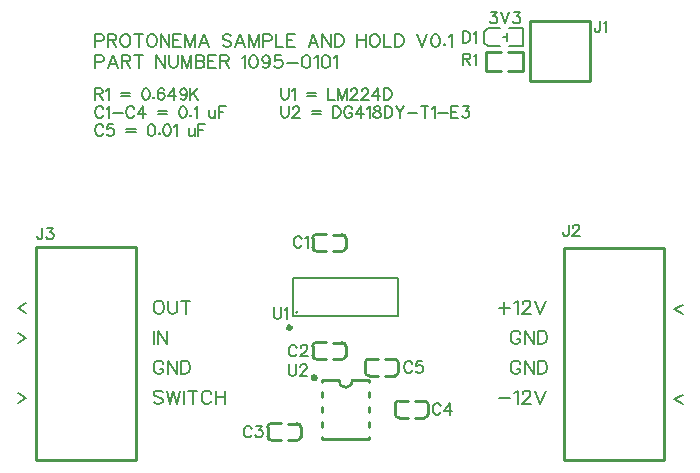
<source format=gto>
G04 Layer: TopSilkscreenLayer*
G04 Panelize: , Column: 2, Row: 2, Board Size: 58.42mm x 58.42mm, Panelized Board Size: 118.84mm x 118.84mm*
G04 EasyEDA v6.5.34, 2023-08-21 18:11:39*
G04 f07168d6b74b40acbba529e65b5b2b20,5a6b42c53f6a479593ecc07194224c93,10*
G04 Gerber Generator version 0.2*
G04 Scale: 100 percent, Rotated: No, Reflected: No *
G04 Dimensions in millimeters *
G04 leading zeros omitted , absolute positions ,4 integer and 5 decimal *
%FSLAX45Y45*%
%MOMM*%

%ADD10C,0.1524*%
%ADD11C,0.1520*%
%ADD12C,0.2540*%
%ADD13C,0.1500*%
%ADD14C,0.1375*%
%ADD15C,0.4000*%
%ADD16C,0.0140*%

%LPD*%
D10*
X762000Y5423915D02*
G01*
X762000Y5314950D01*
X762000Y5423915D02*
G01*
X808736Y5423915D01*
X824229Y5418836D01*
X829563Y5413502D01*
X834644Y5403087D01*
X834644Y5387594D01*
X829563Y5377179D01*
X824229Y5372100D01*
X808736Y5366765D01*
X762000Y5366765D01*
X910589Y5423915D02*
G01*
X868934Y5314950D01*
X910589Y5423915D02*
G01*
X952245Y5314950D01*
X884681Y5351271D02*
G01*
X936497Y5351271D01*
X986536Y5423915D02*
G01*
X986536Y5314950D01*
X986536Y5423915D02*
G01*
X1033271Y5423915D01*
X1048765Y5418836D01*
X1054100Y5413502D01*
X1059179Y5403087D01*
X1059179Y5392673D01*
X1054100Y5382260D01*
X1048765Y5377179D01*
X1033271Y5372100D01*
X986536Y5372100D01*
X1022857Y5372100D02*
G01*
X1059179Y5314950D01*
X1129792Y5423915D02*
G01*
X1129792Y5314950D01*
X1093470Y5423915D02*
G01*
X1166113Y5423915D01*
X1280413Y5423915D02*
G01*
X1280413Y5314950D01*
X1280413Y5423915D02*
G01*
X1353312Y5314950D01*
X1353312Y5423915D02*
G01*
X1353312Y5314950D01*
X1387602Y5423915D02*
G01*
X1387602Y5345937D01*
X1392681Y5330444D01*
X1403095Y5320029D01*
X1418589Y5314950D01*
X1429004Y5314950D01*
X1444752Y5320029D01*
X1455165Y5330444D01*
X1460245Y5345937D01*
X1460245Y5423915D01*
X1494536Y5423915D02*
G01*
X1494536Y5314950D01*
X1494536Y5423915D02*
G01*
X1536192Y5314950D01*
X1577594Y5423915D02*
G01*
X1536192Y5314950D01*
X1577594Y5423915D02*
G01*
X1577594Y5314950D01*
X1611884Y5423915D02*
G01*
X1611884Y5314950D01*
X1611884Y5423915D02*
G01*
X1658620Y5423915D01*
X1674368Y5418836D01*
X1679447Y5413502D01*
X1684781Y5403087D01*
X1684781Y5392673D01*
X1679447Y5382260D01*
X1674368Y5377179D01*
X1658620Y5372100D01*
X1611884Y5372100D02*
G01*
X1658620Y5372100D01*
X1674368Y5366765D01*
X1679447Y5361686D01*
X1684781Y5351271D01*
X1684781Y5335523D01*
X1679447Y5325110D01*
X1674368Y5320029D01*
X1658620Y5314950D01*
X1611884Y5314950D01*
X1719071Y5423915D02*
G01*
X1719071Y5314950D01*
X1719071Y5423915D02*
G01*
X1786636Y5423915D01*
X1719071Y5372100D02*
G01*
X1760473Y5372100D01*
X1719071Y5314950D02*
G01*
X1786636Y5314950D01*
X1820926Y5423915D02*
G01*
X1820926Y5314950D01*
X1820926Y5423915D02*
G01*
X1867662Y5423915D01*
X1883155Y5418836D01*
X1888489Y5413502D01*
X1893570Y5403087D01*
X1893570Y5392673D01*
X1888489Y5382260D01*
X1883155Y5377179D01*
X1867662Y5372100D01*
X1820926Y5372100D01*
X1857247Y5372100D02*
G01*
X1893570Y5314950D01*
X2007870Y5403087D02*
G01*
X2018284Y5408421D01*
X2033777Y5423915D01*
X2033777Y5314950D01*
X2099309Y5423915D02*
G01*
X2083815Y5418836D01*
X2073402Y5403087D01*
X2068068Y5377179D01*
X2068068Y5361686D01*
X2073402Y5335523D01*
X2083815Y5320029D01*
X2099309Y5314950D01*
X2109724Y5314950D01*
X2125218Y5320029D01*
X2135631Y5335523D01*
X2140965Y5361686D01*
X2140965Y5377179D01*
X2135631Y5403087D01*
X2125218Y5418836D01*
X2109724Y5423915D01*
X2099309Y5423915D01*
X2242820Y5387594D02*
G01*
X2237486Y5372100D01*
X2227072Y5361686D01*
X2211577Y5356352D01*
X2206243Y5356352D01*
X2190750Y5361686D01*
X2180336Y5372100D01*
X2175256Y5387594D01*
X2175256Y5392673D01*
X2180336Y5408421D01*
X2190750Y5418836D01*
X2206243Y5423915D01*
X2211577Y5423915D01*
X2227072Y5418836D01*
X2237486Y5408421D01*
X2242820Y5387594D01*
X2242820Y5361686D01*
X2237486Y5335523D01*
X2227072Y5320029D01*
X2211577Y5314950D01*
X2201163Y5314950D01*
X2185670Y5320029D01*
X2180336Y5330444D01*
X2339340Y5423915D02*
G01*
X2287270Y5423915D01*
X2282190Y5377179D01*
X2287270Y5382260D01*
X2303018Y5387594D01*
X2318511Y5387594D01*
X2334259Y5382260D01*
X2344420Y5372100D01*
X2349754Y5356352D01*
X2349754Y5345937D01*
X2344420Y5330444D01*
X2334259Y5320029D01*
X2318511Y5314950D01*
X2303018Y5314950D01*
X2287270Y5320029D01*
X2282190Y5325110D01*
X2277109Y5335523D01*
X2384043Y5361686D02*
G01*
X2477515Y5361686D01*
X2543047Y5423915D02*
G01*
X2527300Y5418836D01*
X2517140Y5403087D01*
X2511806Y5377179D01*
X2511806Y5361686D01*
X2517140Y5335523D01*
X2527300Y5320029D01*
X2543047Y5314950D01*
X2553461Y5314950D01*
X2568956Y5320029D01*
X2579370Y5335523D01*
X2584450Y5361686D01*
X2584450Y5377179D01*
X2579370Y5403087D01*
X2568956Y5418836D01*
X2553461Y5423915D01*
X2543047Y5423915D01*
X2618740Y5403087D02*
G01*
X2629154Y5408421D01*
X2644902Y5423915D01*
X2644902Y5314950D01*
X2710179Y5423915D02*
G01*
X2694686Y5418836D01*
X2684272Y5403087D01*
X2679191Y5377179D01*
X2679191Y5361686D01*
X2684272Y5335523D01*
X2694686Y5320029D01*
X2710179Y5314950D01*
X2720593Y5314950D01*
X2736341Y5320029D01*
X2746756Y5335523D01*
X2751836Y5361686D01*
X2751836Y5377179D01*
X2746756Y5403087D01*
X2736341Y5418836D01*
X2720593Y5423915D01*
X2710179Y5423915D01*
X2786125Y5403087D02*
G01*
X2796540Y5408421D01*
X2812034Y5423915D01*
X2812034Y5314950D01*
X762000Y5601715D02*
G01*
X762000Y5492750D01*
X762000Y5601715D02*
G01*
X808736Y5601715D01*
X824229Y5596636D01*
X829563Y5591302D01*
X834644Y5580887D01*
X834644Y5565394D01*
X829563Y5554979D01*
X824229Y5549900D01*
X808736Y5544565D01*
X762000Y5544565D01*
X868934Y5601715D02*
G01*
X868934Y5492750D01*
X868934Y5601715D02*
G01*
X915670Y5601715D01*
X931418Y5596636D01*
X936497Y5591302D01*
X941831Y5580887D01*
X941831Y5570473D01*
X936497Y5560060D01*
X931418Y5554979D01*
X915670Y5549900D01*
X868934Y5549900D01*
X905510Y5549900D02*
G01*
X941831Y5492750D01*
X1007110Y5601715D02*
G01*
X996950Y5596636D01*
X986536Y5586221D01*
X981202Y5575807D01*
X976121Y5560060D01*
X976121Y5534152D01*
X981202Y5518657D01*
X986536Y5508244D01*
X996950Y5497829D01*
X1007110Y5492750D01*
X1027937Y5492750D01*
X1038352Y5497829D01*
X1048765Y5508244D01*
X1054100Y5518657D01*
X1059179Y5534152D01*
X1059179Y5560060D01*
X1054100Y5575807D01*
X1048765Y5586221D01*
X1038352Y5596636D01*
X1027937Y5601715D01*
X1007110Y5601715D01*
X1129792Y5601715D02*
G01*
X1129792Y5492750D01*
X1093470Y5601715D02*
G01*
X1166113Y5601715D01*
X1231645Y5601715D02*
G01*
X1221231Y5596636D01*
X1210818Y5586221D01*
X1205737Y5575807D01*
X1200404Y5560060D01*
X1200404Y5534152D01*
X1205737Y5518657D01*
X1210818Y5508244D01*
X1221231Y5497829D01*
X1231645Y5492750D01*
X1252473Y5492750D01*
X1262887Y5497829D01*
X1273302Y5508244D01*
X1278381Y5518657D01*
X1283715Y5534152D01*
X1283715Y5560060D01*
X1278381Y5575807D01*
X1273302Y5586221D01*
X1262887Y5596636D01*
X1252473Y5601715D01*
X1231645Y5601715D01*
X1318005Y5601715D02*
G01*
X1318005Y5492750D01*
X1318005Y5601715D02*
G01*
X1390650Y5492750D01*
X1390650Y5601715D02*
G01*
X1390650Y5492750D01*
X1424939Y5601715D02*
G01*
X1424939Y5492750D01*
X1424939Y5601715D02*
G01*
X1492504Y5601715D01*
X1424939Y5549900D02*
G01*
X1466595Y5549900D01*
X1424939Y5492750D02*
G01*
X1492504Y5492750D01*
X1526794Y5601715D02*
G01*
X1526794Y5492750D01*
X1526794Y5601715D02*
G01*
X1568450Y5492750D01*
X1609852Y5601715D02*
G01*
X1568450Y5492750D01*
X1609852Y5601715D02*
G01*
X1609852Y5492750D01*
X1685797Y5601715D02*
G01*
X1644142Y5492750D01*
X1685797Y5601715D02*
G01*
X1727200Y5492750D01*
X1659889Y5529071D02*
G01*
X1711705Y5529071D01*
X1914397Y5586221D02*
G01*
X1903984Y5596636D01*
X1888489Y5601715D01*
X1867662Y5601715D01*
X1851913Y5596636D01*
X1841500Y5586221D01*
X1841500Y5575807D01*
X1846834Y5565394D01*
X1851913Y5560060D01*
X1862328Y5554979D01*
X1893570Y5544565D01*
X1903984Y5539486D01*
X1909063Y5534152D01*
X1914397Y5523737D01*
X1914397Y5508244D01*
X1903984Y5497829D01*
X1888489Y5492750D01*
X1867662Y5492750D01*
X1851913Y5497829D01*
X1841500Y5508244D01*
X1990090Y5601715D02*
G01*
X1948688Y5492750D01*
X1990090Y5601715D02*
G01*
X2031745Y5492750D01*
X1964181Y5529071D02*
G01*
X2016252Y5529071D01*
X2066036Y5601715D02*
G01*
X2066036Y5492750D01*
X2066036Y5601715D02*
G01*
X2107691Y5492750D01*
X2149093Y5601715D02*
G01*
X2107691Y5492750D01*
X2149093Y5601715D02*
G01*
X2149093Y5492750D01*
X2183384Y5601715D02*
G01*
X2183384Y5492750D01*
X2183384Y5601715D02*
G01*
X2230120Y5601715D01*
X2245868Y5596636D01*
X2250947Y5591302D01*
X2256281Y5580887D01*
X2256281Y5565394D01*
X2250947Y5554979D01*
X2245868Y5549900D01*
X2230120Y5544565D01*
X2183384Y5544565D01*
X2290572Y5601715D02*
G01*
X2290572Y5492750D01*
X2290572Y5492750D02*
G01*
X2352802Y5492750D01*
X2387091Y5601715D02*
G01*
X2387091Y5492750D01*
X2387091Y5601715D02*
G01*
X2454656Y5601715D01*
X2387091Y5549900D02*
G01*
X2428747Y5549900D01*
X2387091Y5492750D02*
G01*
X2454656Y5492750D01*
X2610611Y5601715D02*
G01*
X2568956Y5492750D01*
X2610611Y5601715D02*
G01*
X2652013Y5492750D01*
X2584450Y5529071D02*
G01*
X2636520Y5529071D01*
X2686304Y5601715D02*
G01*
X2686304Y5492750D01*
X2686304Y5601715D02*
G01*
X2759202Y5492750D01*
X2759202Y5601715D02*
G01*
X2759202Y5492750D01*
X2793491Y5601715D02*
G01*
X2793491Y5492750D01*
X2793491Y5601715D02*
G01*
X2829813Y5601715D01*
X2845308Y5596636D01*
X2855722Y5586221D01*
X2861056Y5575807D01*
X2866136Y5560060D01*
X2866136Y5534152D01*
X2861056Y5518657D01*
X2855722Y5508244D01*
X2845308Y5497829D01*
X2829813Y5492750D01*
X2793491Y5492750D01*
X2980436Y5601715D02*
G01*
X2980436Y5492750D01*
X3053079Y5601715D02*
G01*
X3053079Y5492750D01*
X2980436Y5549900D02*
G01*
X3053079Y5549900D01*
X3118611Y5601715D02*
G01*
X3108197Y5596636D01*
X3097784Y5586221D01*
X3092704Y5575807D01*
X3087370Y5560060D01*
X3087370Y5534152D01*
X3092704Y5518657D01*
X3097784Y5508244D01*
X3108197Y5497829D01*
X3118611Y5492750D01*
X3139440Y5492750D01*
X3149854Y5497829D01*
X3160268Y5508244D01*
X3165347Y5518657D01*
X3170681Y5534152D01*
X3170681Y5560060D01*
X3165347Y5575807D01*
X3160268Y5586221D01*
X3149854Y5596636D01*
X3139440Y5601715D01*
X3118611Y5601715D01*
X3204972Y5601715D02*
G01*
X3204972Y5492750D01*
X3204972Y5492750D02*
G01*
X3267202Y5492750D01*
X3301491Y5601715D02*
G01*
X3301491Y5492750D01*
X3301491Y5601715D02*
G01*
X3337813Y5601715D01*
X3353561Y5596636D01*
X3363975Y5586221D01*
X3369056Y5575807D01*
X3374390Y5560060D01*
X3374390Y5534152D01*
X3369056Y5518657D01*
X3363975Y5508244D01*
X3353561Y5497829D01*
X3337813Y5492750D01*
X3301491Y5492750D01*
X3488690Y5601715D02*
G01*
X3530091Y5492750D01*
X3571747Y5601715D02*
G01*
X3530091Y5492750D01*
X3637279Y5601715D02*
G01*
X3621531Y5596636D01*
X3611118Y5580887D01*
X3606038Y5554979D01*
X3606038Y5539486D01*
X3611118Y5513323D01*
X3621531Y5497829D01*
X3637279Y5492750D01*
X3647440Y5492750D01*
X3663188Y5497829D01*
X3673602Y5513323D01*
X3678681Y5539486D01*
X3678681Y5554979D01*
X3673602Y5580887D01*
X3663188Y5596636D01*
X3647440Y5601715D01*
X3637279Y5601715D01*
X3718306Y5518657D02*
G01*
X3712972Y5513323D01*
X3718306Y5508244D01*
X3723386Y5513323D01*
X3718306Y5518657D01*
X3757675Y5580887D02*
G01*
X3768090Y5586221D01*
X3783584Y5601715D01*
X3783584Y5492750D01*
X762000Y5142737D02*
G01*
X762000Y5047234D01*
X762000Y5142737D02*
G01*
X802894Y5142737D01*
X816610Y5138165D01*
X821181Y5133594D01*
X825754Y5124704D01*
X825754Y5115560D01*
X821181Y5106415D01*
X816610Y5101844D01*
X802894Y5097271D01*
X762000Y5097271D01*
X793750Y5097271D02*
G01*
X825754Y5047234D01*
X855726Y5124704D02*
G01*
X864615Y5129276D01*
X878331Y5142737D01*
X878331Y5047234D01*
X978407Y5101844D02*
G01*
X1060195Y5101844D01*
X978407Y5074665D02*
G01*
X1060195Y5074665D01*
X1187450Y5142737D02*
G01*
X1173734Y5138165D01*
X1164844Y5124704D01*
X1160271Y5101844D01*
X1160271Y5088381D01*
X1164844Y5065521D01*
X1173734Y5051805D01*
X1187450Y5047234D01*
X1196594Y5047234D01*
X1210055Y5051805D01*
X1219200Y5065521D01*
X1223771Y5088381D01*
X1223771Y5101844D01*
X1219200Y5124704D01*
X1210055Y5138165D01*
X1196594Y5142737D01*
X1187450Y5142737D01*
X1258315Y5070094D02*
G01*
X1253744Y5065521D01*
X1258315Y5060950D01*
X1262887Y5065521D01*
X1258315Y5070094D01*
X1347470Y5129276D02*
G01*
X1342897Y5138165D01*
X1329181Y5142737D01*
X1320292Y5142737D01*
X1306576Y5138165D01*
X1297431Y5124704D01*
X1292860Y5101844D01*
X1292860Y5079237D01*
X1297431Y5060950D01*
X1306576Y5051805D01*
X1320292Y5047234D01*
X1324610Y5047234D01*
X1338326Y5051805D01*
X1347470Y5060950D01*
X1352042Y5074665D01*
X1352042Y5079237D01*
X1347470Y5092700D01*
X1338326Y5101844D01*
X1324610Y5106415D01*
X1320292Y5106415D01*
X1306576Y5101844D01*
X1297431Y5092700D01*
X1292860Y5079237D01*
X1427479Y5142737D02*
G01*
X1382013Y5079237D01*
X1450086Y5079237D01*
X1427479Y5142737D02*
G01*
X1427479Y5047234D01*
X1539239Y5110987D02*
G01*
X1534668Y5097271D01*
X1525523Y5088381D01*
X1512062Y5083810D01*
X1507489Y5083810D01*
X1493773Y5088381D01*
X1484629Y5097271D01*
X1480057Y5110987D01*
X1480057Y5115560D01*
X1484629Y5129276D01*
X1493773Y5138165D01*
X1507489Y5142737D01*
X1512062Y5142737D01*
X1525523Y5138165D01*
X1534668Y5129276D01*
X1539239Y5110987D01*
X1539239Y5088381D01*
X1534668Y5065521D01*
X1525523Y5051805D01*
X1512062Y5047234D01*
X1502918Y5047234D01*
X1489202Y5051805D01*
X1484629Y5060950D01*
X1569212Y5142737D02*
G01*
X1569212Y5047234D01*
X1632965Y5142737D02*
G01*
X1569212Y5079237D01*
X1592071Y5101844D02*
G01*
X1632965Y5047234D01*
X830071Y4967731D02*
G01*
X825754Y4976876D01*
X816610Y4985765D01*
X807465Y4990337D01*
X789178Y4990337D01*
X780287Y4985765D01*
X771144Y4976876D01*
X766571Y4967731D01*
X762000Y4954015D01*
X762000Y4931410D01*
X766571Y4917694D01*
X771144Y4908550D01*
X780287Y4899405D01*
X789178Y4894834D01*
X807465Y4894834D01*
X816610Y4899405D01*
X825754Y4908550D01*
X830071Y4917694D01*
X860297Y4972304D02*
G01*
X869187Y4976876D01*
X882904Y4990337D01*
X882904Y4894834D01*
X912876Y4935981D02*
G01*
X994663Y4935981D01*
X1092962Y4967731D02*
G01*
X1088389Y4976876D01*
X1079245Y4985765D01*
X1070102Y4990337D01*
X1052068Y4990337D01*
X1042923Y4985765D01*
X1033779Y4976876D01*
X1029207Y4967731D01*
X1024636Y4954015D01*
X1024636Y4931410D01*
X1029207Y4917694D01*
X1033779Y4908550D01*
X1042923Y4899405D01*
X1052068Y4894834D01*
X1070102Y4894834D01*
X1079245Y4899405D01*
X1088389Y4908550D01*
X1092962Y4917694D01*
X1168400Y4990337D02*
G01*
X1122934Y4926837D01*
X1191005Y4926837D01*
X1168400Y4990337D02*
G01*
X1168400Y4894834D01*
X1291081Y4949444D02*
G01*
X1372870Y4949444D01*
X1291081Y4922265D02*
G01*
X1372870Y4922265D01*
X1500123Y4990337D02*
G01*
X1486662Y4985765D01*
X1477518Y4972304D01*
X1472945Y4949444D01*
X1472945Y4935981D01*
X1477518Y4913121D01*
X1486662Y4899405D01*
X1500123Y4894834D01*
X1509268Y4894834D01*
X1522984Y4899405D01*
X1531873Y4913121D01*
X1536445Y4935981D01*
X1536445Y4949444D01*
X1531873Y4972304D01*
X1522984Y4985765D01*
X1509268Y4990337D01*
X1500123Y4990337D01*
X1570989Y4917694D02*
G01*
X1566418Y4913121D01*
X1570989Y4908550D01*
X1575562Y4913121D01*
X1570989Y4917694D01*
X1605534Y4972304D02*
G01*
X1614678Y4976876D01*
X1628394Y4990337D01*
X1628394Y4894834D01*
X1728470Y4958587D02*
G01*
X1728470Y4913121D01*
X1732787Y4899405D01*
X1741931Y4894834D01*
X1755647Y4894834D01*
X1764792Y4899405D01*
X1778254Y4913121D01*
X1778254Y4958587D02*
G01*
X1778254Y4894834D01*
X1808479Y4990337D02*
G01*
X1808479Y4894834D01*
X1808479Y4990337D02*
G01*
X1867407Y4990337D01*
X1808479Y4944871D02*
G01*
X1844802Y4944871D01*
X2336800Y4990337D02*
G01*
X2336800Y4922265D01*
X2341372Y4908550D01*
X2350515Y4899405D01*
X2363977Y4894834D01*
X2373122Y4894834D01*
X2386838Y4899405D01*
X2395981Y4908550D01*
X2400554Y4922265D01*
X2400554Y4990337D01*
X2435097Y4967731D02*
G01*
X2435097Y4972304D01*
X2439415Y4981194D01*
X2443988Y4985765D01*
X2453131Y4990337D01*
X2471420Y4990337D01*
X2480309Y4985765D01*
X2484881Y4981194D01*
X2489454Y4972304D01*
X2489454Y4963160D01*
X2484881Y4954015D01*
X2475991Y4940300D01*
X2430525Y4894834D01*
X2494025Y4894834D01*
X2594102Y4949444D02*
G01*
X2675890Y4949444D01*
X2594102Y4922265D02*
G01*
X2675890Y4922265D01*
X2775965Y4990337D02*
G01*
X2775965Y4894834D01*
X2775965Y4990337D02*
G01*
X2807715Y4990337D01*
X2821431Y4985765D01*
X2830322Y4976876D01*
X2834893Y4967731D01*
X2839465Y4954015D01*
X2839465Y4931410D01*
X2834893Y4917694D01*
X2830322Y4908550D01*
X2821431Y4899405D01*
X2807715Y4894834D01*
X2775965Y4894834D01*
X2937763Y4967731D02*
G01*
X2933191Y4976876D01*
X2924047Y4985765D01*
X2914904Y4990337D01*
X2896870Y4990337D01*
X2887725Y4985765D01*
X2878581Y4976876D01*
X2874009Y4967731D01*
X2869438Y4954015D01*
X2869438Y4931410D01*
X2874009Y4917694D01*
X2878581Y4908550D01*
X2887725Y4899405D01*
X2896870Y4894834D01*
X2914904Y4894834D01*
X2924047Y4899405D01*
X2933191Y4908550D01*
X2937763Y4917694D01*
X2937763Y4931410D01*
X2914904Y4931410D02*
G01*
X2937763Y4931410D01*
X3013202Y4990337D02*
G01*
X2967736Y4926837D01*
X3035808Y4926837D01*
X3013202Y4990337D02*
G01*
X3013202Y4894834D01*
X3065779Y4972304D02*
G01*
X3074924Y4976876D01*
X3088640Y4990337D01*
X3088640Y4894834D01*
X3141218Y4990337D02*
G01*
X3127756Y4985765D01*
X3123184Y4976876D01*
X3123184Y4967731D01*
X3127756Y4958587D01*
X3136900Y4954015D01*
X3154934Y4949444D01*
X3168650Y4944871D01*
X3177793Y4935981D01*
X3182365Y4926837D01*
X3182365Y4913121D01*
X3177793Y4903978D01*
X3173222Y4899405D01*
X3159506Y4894834D01*
X3141218Y4894834D01*
X3127756Y4899405D01*
X3123184Y4903978D01*
X3118611Y4913121D01*
X3118611Y4926837D01*
X3123184Y4935981D01*
X3132327Y4944871D01*
X3145790Y4949444D01*
X3164077Y4954015D01*
X3173222Y4958587D01*
X3177793Y4967731D01*
X3177793Y4976876D01*
X3173222Y4985765D01*
X3159506Y4990337D01*
X3141218Y4990337D01*
X3212338Y4990337D02*
G01*
X3212338Y4894834D01*
X3212338Y4990337D02*
G01*
X3244088Y4990337D01*
X3257804Y4985765D01*
X3266693Y4976876D01*
X3271265Y4967731D01*
X3275838Y4954015D01*
X3275838Y4931410D01*
X3271265Y4917694D01*
X3266693Y4908550D01*
X3257804Y4899405D01*
X3244088Y4894834D01*
X3212338Y4894834D01*
X3305809Y4990337D02*
G01*
X3342131Y4944871D01*
X3342131Y4894834D01*
X3378708Y4990337D02*
G01*
X3342131Y4944871D01*
X3408679Y4935981D02*
G01*
X3490468Y4935981D01*
X3552190Y4990337D02*
G01*
X3552190Y4894834D01*
X3520440Y4990337D02*
G01*
X3584193Y4990337D01*
X3614165Y4972304D02*
G01*
X3623056Y4976876D01*
X3636772Y4990337D01*
X3636772Y4894834D01*
X3666743Y4935981D02*
G01*
X3748531Y4935981D01*
X3778504Y4990337D02*
G01*
X3778504Y4894834D01*
X3778504Y4990337D02*
G01*
X3837686Y4990337D01*
X3778504Y4944871D02*
G01*
X3815079Y4944871D01*
X3778504Y4894834D02*
G01*
X3837686Y4894834D01*
X3876802Y4990337D02*
G01*
X3926840Y4990337D01*
X3899408Y4954015D01*
X3913124Y4954015D01*
X3922268Y4949444D01*
X3926840Y4944871D01*
X3931411Y4931410D01*
X3931411Y4922265D01*
X3926840Y4908550D01*
X3917695Y4899405D01*
X3903979Y4894834D01*
X3890518Y4894834D01*
X3876802Y4899405D01*
X3872229Y4903978D01*
X3867658Y4913121D01*
X830071Y4815331D02*
G01*
X825754Y4824476D01*
X816610Y4833365D01*
X807465Y4837937D01*
X789178Y4837937D01*
X780287Y4833365D01*
X771144Y4824476D01*
X766571Y4815331D01*
X762000Y4801615D01*
X762000Y4779010D01*
X766571Y4765294D01*
X771144Y4756150D01*
X780287Y4747005D01*
X789178Y4742434D01*
X807465Y4742434D01*
X816610Y4747005D01*
X825754Y4756150D01*
X830071Y4765294D01*
X914654Y4837937D02*
G01*
X869187Y4837937D01*
X864615Y4797044D01*
X869187Y4801615D01*
X882904Y4806187D01*
X896620Y4806187D01*
X910081Y4801615D01*
X919226Y4792471D01*
X923797Y4779010D01*
X923797Y4769865D01*
X919226Y4756150D01*
X910081Y4747005D01*
X896620Y4742434D01*
X882904Y4742434D01*
X869187Y4747005D01*
X864615Y4751578D01*
X860297Y4760721D01*
X1023873Y4797044D02*
G01*
X1105662Y4797044D01*
X1023873Y4769865D02*
G01*
X1105662Y4769865D01*
X1232915Y4837937D02*
G01*
X1219200Y4833365D01*
X1210055Y4819904D01*
X1205737Y4797044D01*
X1205737Y4783581D01*
X1210055Y4760721D01*
X1219200Y4747005D01*
X1232915Y4742434D01*
X1242060Y4742434D01*
X1255521Y4747005D01*
X1264665Y4760721D01*
X1269237Y4783581D01*
X1269237Y4797044D01*
X1264665Y4819904D01*
X1255521Y4833365D01*
X1242060Y4837937D01*
X1232915Y4837937D01*
X1303781Y4765294D02*
G01*
X1299210Y4760721D01*
X1303781Y4756150D01*
X1308354Y4760721D01*
X1303781Y4765294D01*
X1365757Y4837937D02*
G01*
X1352042Y4833365D01*
X1342897Y4819904D01*
X1338326Y4797044D01*
X1338326Y4783581D01*
X1342897Y4760721D01*
X1352042Y4747005D01*
X1365757Y4742434D01*
X1374647Y4742434D01*
X1388363Y4747005D01*
X1397507Y4760721D01*
X1402079Y4783581D01*
X1402079Y4797044D01*
X1397507Y4819904D01*
X1388363Y4833365D01*
X1374647Y4837937D01*
X1365757Y4837937D01*
X1432052Y4819904D02*
G01*
X1441195Y4824476D01*
X1454657Y4837937D01*
X1454657Y4742434D01*
X1554734Y4806187D02*
G01*
X1554734Y4760721D01*
X1559305Y4747005D01*
X1568450Y4742434D01*
X1581912Y4742434D01*
X1591055Y4747005D01*
X1604771Y4760721D01*
X1604771Y4806187D02*
G01*
X1604771Y4742434D01*
X1634744Y4837937D02*
G01*
X1634744Y4742434D01*
X1634744Y4837937D02*
G01*
X1693926Y4837937D01*
X1634744Y4792471D02*
G01*
X1671065Y4792471D01*
X4111243Y5790437D02*
G01*
X4161281Y5790437D01*
X4133850Y5754115D01*
X4147565Y5754115D01*
X4156709Y5749544D01*
X4161281Y5744971D01*
X4165854Y5731510D01*
X4165854Y5722365D01*
X4161281Y5708650D01*
X4152138Y5699505D01*
X4138422Y5694934D01*
X4124706Y5694934D01*
X4111243Y5699505D01*
X4106672Y5704078D01*
X4102100Y5713221D01*
X4195825Y5790437D02*
G01*
X4232147Y5694934D01*
X4268470Y5790437D02*
G01*
X4232147Y5694934D01*
X4307586Y5790437D02*
G01*
X4357624Y5790437D01*
X4330191Y5754115D01*
X4343908Y5754115D01*
X4353052Y5749544D01*
X4357624Y5744971D01*
X4362195Y5731510D01*
X4362195Y5722365D01*
X4357624Y5708650D01*
X4348479Y5699505D01*
X4334763Y5694934D01*
X4321302Y5694934D01*
X4307586Y5699505D01*
X4303013Y5704078D01*
X4298441Y5713221D01*
X5036565Y5714237D02*
G01*
X5036565Y5641594D01*
X5031993Y5627878D01*
X5027422Y5623305D01*
X5018277Y5618734D01*
X5009388Y5618734D01*
X5000243Y5623305D01*
X4995672Y5627878D01*
X4991100Y5641594D01*
X4991100Y5650737D01*
X5066538Y5696204D02*
G01*
X5075681Y5700776D01*
X5089397Y5714237D01*
X5089397Y5618734D01*
X2336800Y5142737D02*
G01*
X2336800Y5074665D01*
X2341372Y5060950D01*
X2350515Y5051805D01*
X2363977Y5047234D01*
X2373122Y5047234D01*
X2386838Y5051805D01*
X2395981Y5060950D01*
X2400554Y5074665D01*
X2400554Y5142737D01*
X2430525Y5124704D02*
G01*
X2439415Y5129276D01*
X2453131Y5142737D01*
X2453131Y5047234D01*
X2553208Y5101844D02*
G01*
X2634995Y5101844D01*
X2553208Y5074665D02*
G01*
X2634995Y5074665D01*
X2735072Y5142737D02*
G01*
X2735072Y5047234D01*
X2735072Y5047234D02*
G01*
X2789427Y5047234D01*
X2819400Y5142737D02*
G01*
X2819400Y5047234D01*
X2819400Y5142737D02*
G01*
X2855975Y5047234D01*
X2892297Y5142737D02*
G01*
X2855975Y5047234D01*
X2892297Y5142737D02*
G01*
X2892297Y5047234D01*
X2926841Y5120131D02*
G01*
X2926841Y5124704D01*
X2931413Y5133594D01*
X2935986Y5138165D01*
X2944875Y5142737D01*
X2963163Y5142737D01*
X2972308Y5138165D01*
X2976879Y5133594D01*
X2981452Y5124704D01*
X2981452Y5115560D01*
X2976879Y5106415D01*
X2967736Y5092700D01*
X2922270Y5047234D01*
X2985770Y5047234D01*
X3020313Y5120131D02*
G01*
X3020313Y5124704D01*
X3024886Y5133594D01*
X3029458Y5138165D01*
X3038602Y5142737D01*
X3056890Y5142737D01*
X3065779Y5138165D01*
X3070352Y5133594D01*
X3074924Y5124704D01*
X3074924Y5115560D01*
X3070352Y5106415D01*
X3061461Y5092700D01*
X3015995Y5047234D01*
X3079495Y5047234D01*
X3154934Y5142737D02*
G01*
X3109468Y5079237D01*
X3177793Y5079237D01*
X3154934Y5142737D02*
G01*
X3154934Y5047234D01*
X3207765Y5142737D02*
G01*
X3207765Y5047234D01*
X3207765Y5142737D02*
G01*
X3239515Y5142737D01*
X3253231Y5138165D01*
X3262375Y5129276D01*
X3266693Y5120131D01*
X3271265Y5106415D01*
X3271265Y5083810D01*
X3266693Y5070094D01*
X3262375Y5060950D01*
X3253231Y5051805D01*
X3239515Y5047234D01*
X3207765Y5047234D01*
X5736843Y2551176D02*
G01*
X5664200Y2510281D01*
X5736843Y2469387D01*
X5736843Y3313176D02*
G01*
X5664200Y3272281D01*
X5736843Y3231387D01*
X4361688Y2811526D02*
G01*
X4356354Y2822447D01*
X4345431Y2833370D01*
X4334509Y2838957D01*
X4312665Y2838957D01*
X4301743Y2833370D01*
X4290822Y2822447D01*
X4285234Y2811526D01*
X4279900Y2795270D01*
X4279900Y2768092D01*
X4285234Y2751581D01*
X4290822Y2740660D01*
X4301743Y2729737D01*
X4312665Y2724404D01*
X4334509Y2724404D01*
X4345431Y2729737D01*
X4356354Y2740660D01*
X4361688Y2751581D01*
X4361688Y2768092D01*
X4334509Y2768092D02*
G01*
X4361688Y2768092D01*
X4397756Y2838957D02*
G01*
X4397756Y2724404D01*
X4397756Y2838957D02*
G01*
X4473956Y2724404D01*
X4473956Y2838957D02*
G01*
X4473956Y2724404D01*
X4510024Y2838957D02*
G01*
X4510024Y2724404D01*
X4510024Y2838957D02*
G01*
X4548377Y2838957D01*
X4564634Y2833370D01*
X4575556Y2822447D01*
X4580890Y2811526D01*
X4586477Y2795270D01*
X4586477Y2768092D01*
X4580890Y2751581D01*
X4575556Y2740660D01*
X4564634Y2729737D01*
X4548377Y2724404D01*
X4510024Y2724404D01*
X4361688Y3065526D02*
G01*
X4356354Y3076447D01*
X4345431Y3087370D01*
X4334509Y3092957D01*
X4312665Y3092957D01*
X4301743Y3087370D01*
X4290822Y3076447D01*
X4285234Y3065526D01*
X4279900Y3049270D01*
X4279900Y3022092D01*
X4285234Y3005581D01*
X4290822Y2994660D01*
X4301743Y2983737D01*
X4312665Y2978404D01*
X4334509Y2978404D01*
X4345431Y2983737D01*
X4356354Y2994660D01*
X4361688Y3005581D01*
X4361688Y3022092D01*
X4334509Y3022092D02*
G01*
X4361688Y3022092D01*
X4397756Y3092957D02*
G01*
X4397756Y2978404D01*
X4397756Y3092957D02*
G01*
X4473956Y2978404D01*
X4473956Y3092957D02*
G01*
X4473956Y2978404D01*
X4510024Y3092957D02*
G01*
X4510024Y2978404D01*
X4510024Y3092957D02*
G01*
X4548377Y3092957D01*
X4564634Y3087370D01*
X4575556Y3076447D01*
X4580890Y3065526D01*
X4586477Y3049270D01*
X4586477Y3022092D01*
X4580890Y3005581D01*
X4575556Y2994660D01*
X4564634Y2983737D01*
X4548377Y2978404D01*
X4510024Y2978404D01*
X4178300Y2519426D02*
G01*
X4276597Y2519426D01*
X4312411Y2563113D02*
G01*
X4323334Y2568447D01*
X4339843Y2584957D01*
X4339843Y2470404D01*
X4381245Y2557526D02*
G01*
X4381245Y2563113D01*
X4386579Y2574036D01*
X4392168Y2579370D01*
X4403090Y2584957D01*
X4424934Y2584957D01*
X4435856Y2579370D01*
X4441190Y2574036D01*
X4446777Y2563113D01*
X4446777Y2552192D01*
X4441190Y2541270D01*
X4430268Y2525013D01*
X4375658Y2470404D01*
X4452111Y2470404D01*
X4488179Y2584957D02*
G01*
X4531868Y2470404D01*
X4575302Y2584957D02*
G01*
X4531868Y2470404D01*
X4227322Y3330447D02*
G01*
X4227322Y3232404D01*
X4178300Y3281426D02*
G01*
X4276597Y3281426D01*
X4312411Y3325113D02*
G01*
X4323334Y3330447D01*
X4339843Y3346957D01*
X4339843Y3232404D01*
X4381245Y3319526D02*
G01*
X4381245Y3325113D01*
X4386579Y3336036D01*
X4392168Y3341370D01*
X4403090Y3346957D01*
X4424934Y3346957D01*
X4435856Y3341370D01*
X4441190Y3336036D01*
X4446777Y3325113D01*
X4446777Y3314192D01*
X4441190Y3303270D01*
X4430268Y3287013D01*
X4375658Y3232404D01*
X4452111Y3232404D01*
X4488179Y3346957D02*
G01*
X4531868Y3232404D01*
X4575302Y3346957D02*
G01*
X4531868Y3232404D01*
X4769865Y3987037D02*
G01*
X4769865Y3914394D01*
X4765293Y3900678D01*
X4760722Y3896105D01*
X4751577Y3891534D01*
X4742688Y3891534D01*
X4733543Y3896105D01*
X4728972Y3900678D01*
X4724400Y3914394D01*
X4724400Y3923537D01*
X4804409Y3964431D02*
G01*
X4804409Y3969004D01*
X4808981Y3977894D01*
X4813554Y3982465D01*
X4822697Y3987037D01*
X4840731Y3987037D01*
X4849875Y3982465D01*
X4854447Y3977894D01*
X4859020Y3969004D01*
X4859020Y3959860D01*
X4854447Y3950715D01*
X4845304Y3937000D01*
X4799838Y3891534D01*
X4863591Y3891534D01*
X315721Y3959352D02*
G01*
X315721Y3886454D01*
X311150Y3872992D01*
X306578Y3868420D01*
X297687Y3863847D01*
X288544Y3863847D01*
X279400Y3868420D01*
X274828Y3872992D01*
X270255Y3886454D01*
X270255Y3895597D01*
X354837Y3959352D02*
G01*
X404876Y3959352D01*
X377697Y3923029D01*
X391160Y3923029D01*
X400304Y3918457D01*
X404876Y3913886D01*
X409447Y3900170D01*
X409447Y3891026D01*
X404876Y3877563D01*
X395731Y3868420D01*
X382015Y3863847D01*
X368554Y3863847D01*
X354837Y3868420D01*
X350265Y3872992D01*
X345694Y3882136D01*
X1290065Y3346957D02*
G01*
X1279144Y3341370D01*
X1268221Y3330447D01*
X1262634Y3319526D01*
X1257300Y3303270D01*
X1257300Y3276092D01*
X1262634Y3259581D01*
X1268221Y3248660D01*
X1279144Y3237737D01*
X1290065Y3232404D01*
X1311910Y3232404D01*
X1322831Y3237737D01*
X1333754Y3248660D01*
X1339087Y3259581D01*
X1344676Y3276092D01*
X1344676Y3303270D01*
X1339087Y3319526D01*
X1333754Y3330447D01*
X1322831Y3341370D01*
X1311910Y3346957D01*
X1290065Y3346957D01*
X1380489Y3346957D02*
G01*
X1380489Y3265170D01*
X1386078Y3248660D01*
X1397000Y3237737D01*
X1413255Y3232404D01*
X1424178Y3232404D01*
X1440687Y3237737D01*
X1451355Y3248660D01*
X1456944Y3265170D01*
X1456944Y3346957D01*
X1531112Y3346957D02*
G01*
X1531112Y3232404D01*
X1493012Y3346957D02*
G01*
X1569212Y3346957D01*
X105181Y2482621D02*
G01*
X177825Y2523515D01*
X105181Y2564409D01*
X177850Y3244595D02*
G01*
X105206Y3285489D01*
X177850Y3326637D01*
X1257300Y3092957D02*
G01*
X1257300Y2978404D01*
X1293368Y3092957D02*
G01*
X1293368Y2978404D01*
X1293368Y3092957D02*
G01*
X1369568Y2978404D01*
X1369568Y3092957D02*
G01*
X1369568Y2978404D01*
X1339087Y2811526D02*
G01*
X1333754Y2822447D01*
X1322831Y2833370D01*
X1311910Y2838957D01*
X1290065Y2838957D01*
X1279144Y2833370D01*
X1268221Y2822447D01*
X1262634Y2811526D01*
X1257300Y2795270D01*
X1257300Y2768092D01*
X1262634Y2751581D01*
X1268221Y2740660D01*
X1279144Y2729737D01*
X1290065Y2724404D01*
X1311910Y2724404D01*
X1322831Y2729737D01*
X1333754Y2740660D01*
X1339087Y2751581D01*
X1339087Y2768092D01*
X1311910Y2768092D02*
G01*
X1339087Y2768092D01*
X1375155Y2838957D02*
G01*
X1375155Y2724404D01*
X1375155Y2838957D02*
G01*
X1451355Y2724404D01*
X1451355Y2838957D02*
G01*
X1451355Y2724404D01*
X1487423Y2838957D02*
G01*
X1487423Y2724404D01*
X1487423Y2838957D02*
G01*
X1525778Y2838957D01*
X1542034Y2833370D01*
X1552955Y2822447D01*
X1558289Y2811526D01*
X1563878Y2795270D01*
X1563878Y2768092D01*
X1558289Y2751581D01*
X1552955Y2740660D01*
X1542034Y2729737D01*
X1525778Y2724404D01*
X1487423Y2724404D01*
X1333754Y2568447D02*
G01*
X1322831Y2579370D01*
X1306321Y2584957D01*
X1284478Y2584957D01*
X1268221Y2579370D01*
X1257300Y2568447D01*
X1257300Y2557526D01*
X1262634Y2546604D01*
X1268221Y2541270D01*
X1279144Y2535681D01*
X1311910Y2525013D01*
X1322831Y2519426D01*
X1328165Y2514092D01*
X1333754Y2503170D01*
X1333754Y2486660D01*
X1322831Y2475737D01*
X1306321Y2470404D01*
X1284478Y2470404D01*
X1268221Y2475737D01*
X1257300Y2486660D01*
X1369568Y2584957D02*
G01*
X1397000Y2470404D01*
X1424178Y2584957D02*
G01*
X1397000Y2470404D01*
X1424178Y2584957D02*
G01*
X1451355Y2470404D01*
X1478787Y2584957D02*
G01*
X1451355Y2470404D01*
X1514855Y2584957D02*
G01*
X1514855Y2470404D01*
X1589023Y2584957D02*
G01*
X1589023Y2470404D01*
X1550670Y2584957D02*
G01*
X1627123Y2584957D01*
X1744979Y2557526D02*
G01*
X1739392Y2568447D01*
X1728470Y2579370D01*
X1717547Y2584957D01*
X1695957Y2584957D01*
X1685036Y2579370D01*
X1674113Y2568447D01*
X1668526Y2557526D01*
X1663192Y2541270D01*
X1663192Y2514092D01*
X1668526Y2497581D01*
X1674113Y2486660D01*
X1685036Y2475737D01*
X1695957Y2470404D01*
X1717547Y2470404D01*
X1728470Y2475737D01*
X1739392Y2486660D01*
X1744979Y2497581D01*
X1781047Y2584957D02*
G01*
X1781047Y2470404D01*
X1857247Y2584957D02*
G01*
X1857247Y2470404D01*
X1781047Y2530347D02*
G01*
X1857247Y2530347D01*
X105181Y2990621D02*
G01*
X177825Y3031515D01*
X105181Y3072409D01*
X2400279Y2805902D02*
G01*
X2400279Y2737830D01*
X2404851Y2724114D01*
X2413995Y2715224D01*
X2427457Y2710652D01*
X2436601Y2710652D01*
X2450317Y2715224D01*
X2459461Y2724114D01*
X2464033Y2737830D01*
X2464033Y2805902D01*
X2498577Y2783296D02*
G01*
X2498577Y2787868D01*
X2503149Y2797012D01*
X2507467Y2801584D01*
X2516611Y2805902D01*
X2534899Y2805902D01*
X2544043Y2801584D01*
X2548361Y2797012D01*
X2552933Y2787868D01*
X2552933Y2778724D01*
X2548361Y2769580D01*
X2539471Y2756118D01*
X2494005Y2710652D01*
X2557505Y2710652D01*
X2273274Y3288690D02*
G01*
X2273274Y3220364D01*
X2277846Y3206902D01*
X2286990Y3197758D01*
X2300452Y3193186D01*
X2309596Y3193186D01*
X2323312Y3197758D01*
X2332456Y3206902D01*
X2337028Y3220364D01*
X2337028Y3288690D01*
X2367000Y3270402D02*
G01*
X2376144Y3274974D01*
X2389606Y3288690D01*
X2389606Y3193186D01*
X2510053Y3868521D02*
G01*
X2505735Y3877665D01*
X2496591Y3886555D01*
X2487447Y3891127D01*
X2469159Y3891127D01*
X2460269Y3886555D01*
X2451125Y3877665D01*
X2446553Y3868521D01*
X2441981Y3854805D01*
X2441981Y3832199D01*
X2446553Y3818483D01*
X2451125Y3809339D01*
X2460269Y3800195D01*
X2469159Y3795623D01*
X2487447Y3795623D01*
X2496591Y3800195D01*
X2505735Y3809339D01*
X2510053Y3818483D01*
X2540279Y3873093D02*
G01*
X2549169Y3877665D01*
X2562885Y3891127D01*
X2562885Y3795623D01*
X3873505Y5434837D02*
G01*
X3873505Y5339334D01*
X3873505Y5434837D02*
G01*
X3914393Y5434837D01*
X3928109Y5430265D01*
X3932681Y5425694D01*
X3937256Y5416804D01*
X3937256Y5407660D01*
X3932681Y5398515D01*
X3928109Y5393944D01*
X3914393Y5389371D01*
X3873505Y5389371D01*
X3905255Y5389371D02*
G01*
X3937256Y5339334D01*
X3967225Y5416804D02*
G01*
X3976115Y5421376D01*
X3989831Y5434837D01*
X3989831Y5339334D01*
X3873500Y5625337D02*
G01*
X3873500Y5529834D01*
X3873500Y5625337D02*
G01*
X3905250Y5625337D01*
X3918965Y5620765D01*
X3928109Y5611876D01*
X3932681Y5602731D01*
X3937254Y5589015D01*
X3937254Y5566410D01*
X3932681Y5552694D01*
X3928109Y5543550D01*
X3918965Y5534405D01*
X3905250Y5529834D01*
X3873500Y5529834D01*
X3967225Y5607304D02*
G01*
X3976115Y5611876D01*
X3989831Y5625337D01*
X3989831Y5529834D01*
X2468372Y2948431D02*
G01*
X2464054Y2957576D01*
X2454909Y2966465D01*
X2445765Y2971037D01*
X2427477Y2971037D01*
X2418588Y2966465D01*
X2409443Y2957576D01*
X2404872Y2948431D01*
X2400300Y2934715D01*
X2400300Y2912110D01*
X2404872Y2898394D01*
X2409443Y2889250D01*
X2418588Y2880105D01*
X2427477Y2875534D01*
X2445765Y2875534D01*
X2454909Y2880105D01*
X2464054Y2889250D01*
X2468372Y2898394D01*
X2502915Y2948431D02*
G01*
X2502915Y2953004D01*
X2507488Y2961894D01*
X2512059Y2966465D01*
X2521204Y2971037D01*
X2539491Y2971037D01*
X2548381Y2966465D01*
X2552954Y2961894D01*
X2557525Y2953004D01*
X2557525Y2943860D01*
X2552954Y2934715D01*
X2543809Y2921000D01*
X2498597Y2875534D01*
X2562097Y2875534D01*
D11*
X3446272Y2808731D02*
G01*
X3441954Y2817876D01*
X3432809Y2826765D01*
X3423665Y2831337D01*
X3405377Y2831337D01*
X3396488Y2826765D01*
X3387343Y2817876D01*
X3382772Y2808731D01*
X3378200Y2795015D01*
X3378200Y2772410D01*
X3382772Y2758694D01*
X3387343Y2749550D01*
X3396488Y2740405D01*
X3405377Y2735834D01*
X3423665Y2735834D01*
X3432809Y2740405D01*
X3441954Y2749550D01*
X3446272Y2758694D01*
X3530854Y2831337D02*
G01*
X3485388Y2831337D01*
X3480815Y2790444D01*
X3485388Y2795015D01*
X3499104Y2799587D01*
X3512820Y2799587D01*
X3526281Y2795015D01*
X3535425Y2785871D01*
X3539997Y2772410D01*
X3539997Y2763265D01*
X3535425Y2749550D01*
X3526281Y2740405D01*
X3512820Y2735834D01*
X3499104Y2735834D01*
X3485388Y2740405D01*
X3480815Y2744978D01*
X3476497Y2754121D01*
D10*
X3687572Y2453131D02*
G01*
X3683254Y2462276D01*
X3674109Y2471165D01*
X3664965Y2475737D01*
X3646677Y2475737D01*
X3637788Y2471165D01*
X3628643Y2462276D01*
X3624072Y2453131D01*
X3619500Y2439415D01*
X3619500Y2416810D01*
X3624072Y2403094D01*
X3628643Y2393950D01*
X3637788Y2384805D01*
X3646677Y2380234D01*
X3664965Y2380234D01*
X3674109Y2384805D01*
X3683254Y2393950D01*
X3687572Y2403094D01*
X3763009Y2475737D02*
G01*
X3717797Y2412237D01*
X3785870Y2412237D01*
X3763009Y2475737D02*
G01*
X3763009Y2380234D01*
X2087372Y2262631D02*
G01*
X2083054Y2271776D01*
X2073909Y2280665D01*
X2064765Y2285237D01*
X2046477Y2285237D01*
X2037588Y2280665D01*
X2028443Y2271776D01*
X2023872Y2262631D01*
X2019300Y2248915D01*
X2019300Y2226310D01*
X2023872Y2212594D01*
X2028443Y2203450D01*
X2037588Y2194305D01*
X2046477Y2189734D01*
X2064765Y2189734D01*
X2073909Y2194305D01*
X2083054Y2203450D01*
X2087372Y2212594D01*
X2126488Y2285237D02*
G01*
X2176525Y2285237D01*
X2149347Y2248915D01*
X2162809Y2248915D01*
X2171954Y2244344D01*
X2176525Y2239771D01*
X2181097Y2226310D01*
X2181097Y2217165D01*
X2176525Y2203450D01*
X2167381Y2194305D01*
X2153920Y2189734D01*
X2140204Y2189734D01*
X2126488Y2194305D01*
X2121915Y2198878D01*
X2117597Y2208021D01*
D12*
X2682900Y2675699D02*
G01*
X2682900Y2661287D01*
X2682900Y2571112D02*
G01*
X2682900Y2534287D01*
X3082902Y2675699D02*
G01*
X3082902Y2661287D01*
X3082902Y2571112D02*
G01*
X3082902Y2534287D01*
X3082902Y2444112D02*
G01*
X3082902Y2407287D01*
X3082902Y2317112D02*
G01*
X3082902Y2280287D01*
X2824901Y2675699D02*
G01*
X2682900Y2675699D01*
X2682900Y2444112D02*
G01*
X2682900Y2407287D01*
X2682900Y2317112D02*
G01*
X2682900Y2280287D01*
X2682900Y2190112D02*
G01*
X2682900Y2175700D01*
X3082902Y2675699D02*
G01*
X2942897Y2675699D01*
X3082902Y2175700D02*
G01*
X2682900Y2175700D01*
X3082902Y2190112D02*
G01*
X3082902Y2175700D01*
D10*
X2440282Y3218680D02*
G01*
X2440282Y3537719D01*
X3325520Y3537719D01*
X3325520Y3218680D01*
X2440282Y3218680D01*
D12*
X2604195Y3795422D02*
G01*
X2604195Y3875425D01*
X2715173Y3764437D02*
G01*
X2635178Y3764437D01*
X2715173Y3906403D02*
G01*
X2635178Y3906403D01*
X2772765Y3763855D02*
G01*
X2852760Y3763855D01*
X2883743Y3794838D02*
G01*
X2883743Y3874836D01*
X2772765Y3905816D02*
G01*
X2852760Y3905816D01*
X4074038Y5291587D02*
G01*
X4074038Y5451591D01*
X4384098Y5292097D02*
G01*
X4384098Y5452102D01*
X4199034Y5451591D02*
G01*
X4074038Y5451591D01*
X4199034Y5291587D02*
G01*
X4074038Y5291587D01*
X4259097Y5452102D02*
G01*
X4384098Y5452102D01*
X4259097Y5292097D02*
G01*
X4384098Y5292097D01*
D13*
X4246100Y5575523D02*
G01*
X4212099Y5575523D01*
X4054093Y5540296D02*
G01*
X4054093Y5530293D01*
X4084088Y5500291D01*
X4269094Y5650298D02*
G01*
X4384098Y5650298D01*
X4269094Y5500291D02*
G01*
X4384098Y5500291D01*
X4189097Y5650298D02*
G01*
X4084088Y5650298D01*
X4189097Y5500291D02*
G01*
X4084088Y5500291D01*
X4384098Y5650285D02*
G01*
X4384098Y5502295D01*
X4054093Y5610288D02*
G01*
X4054093Y5540296D01*
X4054093Y5610288D02*
G01*
X4054093Y5620303D01*
X4084088Y5650298D01*
X4246100Y5610296D02*
G01*
X4246100Y5542297D01*
D12*
X2604195Y2881022D02*
G01*
X2604195Y2961025D01*
X2715173Y2850037D02*
G01*
X2635178Y2850037D01*
X2715173Y2992003D02*
G01*
X2635178Y2992003D01*
X2772765Y2849455D02*
G01*
X2852760Y2849455D01*
X2883743Y2880438D02*
G01*
X2883743Y2960436D01*
X2772765Y2991416D02*
G01*
X2852760Y2991416D01*
X3048695Y2741322D02*
G01*
X3048695Y2821325D01*
X3159673Y2710337D02*
G01*
X3079678Y2710337D01*
X3159673Y2852303D02*
G01*
X3079678Y2852303D01*
X3217265Y2709755D02*
G01*
X3297260Y2709755D01*
X3328243Y2740738D02*
G01*
X3328243Y2820736D01*
X3217265Y2851716D02*
G01*
X3297260Y2851716D01*
X3580704Y2465677D02*
G01*
X3580704Y2385674D01*
X3469726Y2496662D02*
G01*
X3549721Y2496662D01*
X3469726Y2354696D02*
G01*
X3549721Y2354696D01*
X3412134Y2497244D02*
G01*
X3332139Y2497244D01*
X3301156Y2466261D02*
G01*
X3301156Y2386263D01*
X3412134Y2355283D02*
G01*
X3332139Y2355283D01*
X2223195Y2195222D02*
G01*
X2223195Y2275225D01*
X2334173Y2164237D02*
G01*
X2254178Y2164237D01*
X2334173Y2306203D02*
G01*
X2254178Y2306203D01*
X2391765Y2163655D02*
G01*
X2471760Y2163655D01*
X2502743Y2194638D02*
G01*
X2502743Y2274636D01*
X2391765Y2305616D02*
G01*
X2471760Y2305616D01*
G75*
G01*
X2942900Y2674699D02*
G02*
X2824899Y2674699I-59001J-4468D01*
G75*
G01*
X2883753Y3794839D02*
G02*
X2852771Y3763856I-30982J0D01*
G75*
G01*
X2852771Y3905822D02*
G02*
X2883753Y3874836I0J-30983D01*
G75*
G01*
X2635181Y3764437D02*
G02*
X2604196Y3795423I-2J30983D01*
G75*
G01*
X2604196Y3875420D02*
G02*
X2635181Y3906403I30983J0D01*
G75*
G01*
X2883753Y2880439D02*
G02*
X2852771Y2849456I-30982J0D01*
G75*
G01*
X2852771Y2991422D02*
G02*
X2883753Y2960436I0J-30983D01*
G75*
G01*
X2635181Y2850037D02*
G02*
X2604196Y2881023I-2J30983D01*
G75*
G01*
X2604196Y2961020D02*
G02*
X2635181Y2992003I30983J0D01*
G75*
G01*
X3328253Y2740739D02*
G02*
X3297271Y2709756I-30982J0D01*
G75*
G01*
X3297271Y2851722D02*
G02*
X3328253Y2820736I0J-30983D01*
G75*
G01*
X3079681Y2710337D02*
G02*
X3048696Y2741323I-2J30983D01*
G75*
G01*
X3048696Y2821320D02*
G02*
X3079681Y2852303I30983J0D01*
G75*
G01*
X3301147Y2466261D02*
G02*
X3332129Y2497244I30982J0D01*
G75*
G01*
X3332129Y2355278D02*
G02*
X3301147Y2386264I0J30983D01*
G75*
G01*
X3549719Y2496663D02*
G02*
X3580704Y2465677I2J-30983D01*
G75*
G01*
X3580704Y2385680D02*
G02*
X3549719Y2354697I-30983J0D01*
G75*
G01*
X2502753Y2194639D02*
G02*
X2471771Y2163656I-30982J0D01*
G75*
G01*
X2471771Y2305622D02*
G02*
X2502753Y2274636I0J-30983D01*
G75*
G01*
X2254181Y2164237D02*
G02*
X2223196Y2195223I-2J30983D01*
G75*
G01*
X2223196Y2275220D02*
G02*
X2254181Y2306203I30983J0D01*
G75*
G01
X2635250Y2692400D02*
G03X2635250Y2692400I-19050J0D01*
D14*
G75*
G01
X2476144Y3247669D02*
G03X2476144Y3247669I-6883J0D01*
D15*
G75*
G01
X2416658Y3116707D02*
G03X2416658Y3116707I-10008J0D01*
D12*
X4445000Y5715000D02*
G01*
X4953000Y5715000D01*
X4953000Y5207000D01*
X4445000Y5207000D01*
X4445000Y5715000D01*
X4731207Y3794887D02*
G01*
X5581218Y3794887D01*
X5581218Y1994890D01*
X4731207Y1994890D01*
X4731207Y3794887D01*
X260807Y3800906D02*
G01*
X1110818Y3800906D01*
X1110818Y2000910D01*
X260807Y2000910D01*
X260807Y3800906D01*
M02*

</source>
